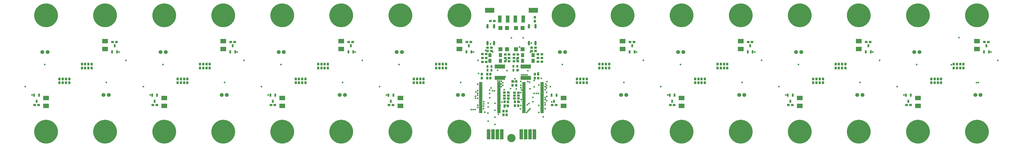
<source format=gts>
G04*
G04 #@! TF.GenerationSoftware,Altium Limited,Altium Designer,19.0.14 (431)*
G04*
G04 Layer_Color=8388736*
%FSLAX25Y25*%
%MOIN*%
G70*
G01*
G75*
%ADD29R,0.01900X0.06300*%
%ADD30R,0.05800X0.10800*%
%ADD31R,0.14304X0.07296*%
%ADD32O,0.03162X0.07099*%
%ADD33R,0.03950X0.03753*%
%ADD34R,0.03753X0.03950*%
%ADD35R,0.06312X0.06312*%
%ADD36R,0.05131X0.06115*%
%ADD37R,0.08792X0.06784*%
%ADD38R,0.02769X0.04343*%
%ADD39R,0.03162X0.04737*%
%ADD40O,0.05721X0.01784*%
G04:AMPARAMS|DCode=41|XSize=55.12mil|YSize=55.12mil|CornerRadius=11.81mil|HoleSize=0mil|Usage=FLASHONLY|Rotation=90.000|XOffset=0mil|YOffset=0mil|HoleType=Round|Shape=RoundedRectangle|*
%AMROUNDEDRECTD41*
21,1,0.05512,0.03150,0,0,90.0*
21,1,0.03150,0.05512,0,0,90.0*
1,1,0.02362,0.01575,0.01575*
1,1,0.02362,0.01575,-0.01575*
1,1,0.02362,-0.01575,-0.01575*
1,1,0.02362,-0.01575,0.01575*
%
%ADD41ROUNDEDRECTD41*%
%ADD42C,0.36233*%
%ADD43C,0.05918*%
%ADD44C,0.12611*%
%ADD45C,0.04737*%
%ADD46C,0.02572*%
D29*
X14759Y-6632D02*
D03*
X16728D02*
D03*
X18699D02*
D03*
X20669D02*
D03*
X22638D02*
D03*
X24609D02*
D03*
X26579D02*
D03*
X28548D02*
D03*
Y10569D02*
D03*
X26579D02*
D03*
X24609D02*
D03*
X22638D02*
D03*
X20669D02*
D03*
X18699D02*
D03*
X16728D02*
D03*
X14759D02*
D03*
X-24611Y-6632D02*
D03*
X-22641D02*
D03*
X-20672D02*
D03*
X-18701D02*
D03*
X-16732D02*
D03*
X-14762D02*
D03*
X-12791D02*
D03*
X-10821D02*
D03*
Y10569D02*
D03*
X-12791D02*
D03*
X-14762D02*
D03*
X-16732D02*
D03*
X-18701D02*
D03*
X-20672D02*
D03*
X-22641D02*
D03*
X-24611D02*
D03*
D30*
X17717Y82953D02*
D03*
X5906D02*
D03*
X-5906D02*
D03*
X-17717D02*
D03*
D31*
X-33032Y96457D02*
D03*
X33032D02*
D03*
D32*
X26496Y46260D02*
D03*
X36496D02*
D03*
X26496Y71850D02*
D03*
X36496D02*
D03*
X-36496Y46260D02*
D03*
X-26496D02*
D03*
X-36496Y71850D02*
D03*
X-26496D02*
D03*
D33*
X30512Y39370D02*
D03*
X36417D02*
D03*
X30512Y34449D02*
D03*
X36417D02*
D03*
X9646Y18504D02*
D03*
X3740D02*
D03*
X9646Y28937D02*
D03*
X3740D02*
D03*
Y23622D02*
D03*
X9646D02*
D03*
X-36417Y39370D02*
D03*
X-30512D02*
D03*
X-26181Y80087D02*
D03*
X-32087D02*
D03*
X-36417Y34449D02*
D03*
X-30512D02*
D03*
X-9646Y28937D02*
D03*
X-3740D02*
D03*
X-9646Y18504D02*
D03*
X-3740D02*
D03*
Y23622D02*
D03*
X-9646D02*
D03*
X40157Y29134D02*
D03*
X46063D02*
D03*
Y18110D02*
D03*
X40157D02*
D03*
X46063Y23622D02*
D03*
X40157D02*
D03*
X67815Y-48031D02*
D03*
X61910D02*
D03*
X606398D02*
D03*
X600492D02*
D03*
X247342D02*
D03*
X241437D02*
D03*
X426870D02*
D03*
X420965D02*
D03*
X539272Y48031D02*
D03*
X545177D02*
D03*
X359744D02*
D03*
X365650D02*
D03*
X180217D02*
D03*
X186122D02*
D03*
X718799D02*
D03*
X724705D02*
D03*
X-247342D02*
D03*
X-241437D02*
D03*
X-426870D02*
D03*
X-420965D02*
D03*
X-67815D02*
D03*
X-61910D02*
D03*
X-180217Y-48031D02*
D03*
X-186122D02*
D03*
X-359744D02*
D03*
X-365650D02*
D03*
X-539272D02*
D03*
X-545177D02*
D03*
X-606398Y48031D02*
D03*
X-600492D02*
D03*
X-718799Y-48031D02*
D03*
X-724705D02*
D03*
X-44291Y17717D02*
D03*
X-38386D02*
D03*
X-44291Y29528D02*
D03*
X-38386D02*
D03*
X4528Y-38189D02*
D03*
X10433D02*
D03*
X-4921Y-29134D02*
D03*
X-10827D02*
D03*
X4528Y-29528D02*
D03*
X10433D02*
D03*
X-4921Y-38189D02*
D03*
X-10827D02*
D03*
X4528Y-33858D02*
D03*
X10433D02*
D03*
X-4921Y-33740D02*
D03*
X-10827D02*
D03*
X-38386Y23622D02*
D03*
X-44291D02*
D03*
D34*
X35433Y79724D02*
D03*
Y85630D02*
D03*
X-45276Y-984D02*
D03*
Y-6890D02*
D03*
X35512Y-6891D02*
D03*
Y-985D02*
D03*
X40536D02*
D03*
Y-6891D02*
D03*
X-36969D02*
D03*
Y-985D02*
D03*
X-32133Y-984D02*
D03*
Y-6890D02*
D03*
X-7480Y-63189D02*
D03*
Y-57284D02*
D03*
X114370Y-14173D02*
D03*
Y-8268D02*
D03*
X99606Y-14173D02*
D03*
Y-8268D02*
D03*
X109449Y-8268D02*
D03*
Y-14174D02*
D03*
X104528Y-14173D02*
D03*
Y-8268D02*
D03*
X652953Y-14173D02*
D03*
Y-8268D02*
D03*
X638189Y-14173D02*
D03*
Y-8268D02*
D03*
X648032Y-8268D02*
D03*
Y-14174D02*
D03*
X643110Y-14173D02*
D03*
Y-8268D02*
D03*
X293898Y-14173D02*
D03*
Y-8268D02*
D03*
X279134Y-14173D02*
D03*
Y-8268D02*
D03*
X288976Y-8268D02*
D03*
Y-14174D02*
D03*
X284055Y-14173D02*
D03*
Y-8268D02*
D03*
X473425Y-14173D02*
D03*
Y-8268D02*
D03*
X458661Y-14173D02*
D03*
Y-8268D02*
D03*
X468504Y-8268D02*
D03*
Y-14174D02*
D03*
X463583Y-14173D02*
D03*
Y-8268D02*
D03*
X492717Y14173D02*
D03*
Y8268D02*
D03*
X507480Y14173D02*
D03*
Y8268D02*
D03*
X497638Y8268D02*
D03*
Y14174D02*
D03*
X502559Y14173D02*
D03*
Y8268D02*
D03*
X313189Y14173D02*
D03*
Y8268D02*
D03*
X327953Y14173D02*
D03*
Y8268D02*
D03*
X318110Y8268D02*
D03*
Y14174D02*
D03*
X323031Y14173D02*
D03*
Y8268D02*
D03*
X133661Y14173D02*
D03*
Y8268D02*
D03*
X148425Y14173D02*
D03*
Y8268D02*
D03*
X138583Y8268D02*
D03*
Y14174D02*
D03*
X143504Y14173D02*
D03*
Y8268D02*
D03*
X672244Y14173D02*
D03*
Y8268D02*
D03*
X687008Y14173D02*
D03*
Y8268D02*
D03*
X677165Y8268D02*
D03*
Y14174D02*
D03*
X682087Y14173D02*
D03*
Y8268D02*
D03*
X-293898Y14173D02*
D03*
Y8268D02*
D03*
X-279134Y14173D02*
D03*
Y8268D02*
D03*
X-288976Y8268D02*
D03*
Y14174D02*
D03*
X-284055Y14173D02*
D03*
Y8268D02*
D03*
X-473425Y14173D02*
D03*
Y8268D02*
D03*
X-458661Y14173D02*
D03*
Y8268D02*
D03*
X-468504Y8268D02*
D03*
Y14174D02*
D03*
X-463583Y14173D02*
D03*
Y8268D02*
D03*
X-114370Y14173D02*
D03*
Y8268D02*
D03*
X-99606Y14173D02*
D03*
Y8268D02*
D03*
X-109449Y8268D02*
D03*
Y14174D02*
D03*
X-104528Y14173D02*
D03*
Y8268D02*
D03*
X-133661Y-14173D02*
D03*
Y-8268D02*
D03*
X-148425Y-14173D02*
D03*
Y-8268D02*
D03*
X-138583Y-8268D02*
D03*
Y-14174D02*
D03*
X-143504Y-14173D02*
D03*
Y-8268D02*
D03*
X-313189Y-14173D02*
D03*
Y-8268D02*
D03*
X-327953Y-14173D02*
D03*
Y-8268D02*
D03*
X-318110Y-8268D02*
D03*
Y-14174D02*
D03*
X-323031Y-14173D02*
D03*
Y-8268D02*
D03*
X-492717Y-14173D02*
D03*
Y-8268D02*
D03*
X-507480Y-14173D02*
D03*
Y-8268D02*
D03*
X-497638Y-8268D02*
D03*
Y-14174D02*
D03*
X-502559Y-14173D02*
D03*
Y-8268D02*
D03*
X-643110Y8268D02*
D03*
Y14173D02*
D03*
X-682087Y-8268D02*
D03*
Y-14173D02*
D03*
X-648032Y14174D02*
D03*
Y8268D02*
D03*
X-677165Y-14174D02*
D03*
Y-8268D02*
D03*
X1654Y-17953D02*
D03*
Y-12047D02*
D03*
X5118Y-43110D02*
D03*
Y-49016D02*
D03*
X-5512Y-49213D02*
D03*
Y-43307D02*
D03*
X-638189Y14173D02*
D03*
Y8268D02*
D03*
X-687008Y-14173D02*
D03*
Y-8268D02*
D03*
X10236Y-49016D02*
D03*
Y-43110D02*
D03*
X-10630D02*
D03*
Y-49016D02*
D03*
X-652953Y8268D02*
D03*
Y14173D02*
D03*
X-672244Y-8268D02*
D03*
Y-14173D02*
D03*
X7126Y-11969D02*
D03*
Y-17874D02*
D03*
X-12205Y-63189D02*
D03*
Y-57284D02*
D03*
D35*
X6811Y36909D02*
D03*
X16811D02*
D03*
X6811Y69390D02*
D03*
X16811D02*
D03*
X-16811Y36909D02*
D03*
X-6811D02*
D03*
X-16811Y69390D02*
D03*
X-6811D02*
D03*
D36*
X32874Y28051D02*
D03*
X16732D02*
D03*
Y19193D02*
D03*
X32874D02*
D03*
X-32874D02*
D03*
X-16732D02*
D03*
Y28051D02*
D03*
X-32874D02*
D03*
D37*
X707480Y37421D02*
D03*
Y49390D02*
D03*
X617717Y-37421D02*
D03*
Y-49390D02*
D03*
X527953Y37421D02*
D03*
Y49390D02*
D03*
X438189Y-37421D02*
D03*
Y-49390D02*
D03*
X348425Y37421D02*
D03*
Y49390D02*
D03*
X258661Y-37421D02*
D03*
Y-49390D02*
D03*
X168898Y37421D02*
D03*
Y49390D02*
D03*
X79134Y-37421D02*
D03*
Y-49390D02*
D03*
X-79134Y37421D02*
D03*
Y49390D02*
D03*
X-168898Y-37421D02*
D03*
Y-49390D02*
D03*
X-258661Y37421D02*
D03*
Y49390D02*
D03*
X-348425Y-37421D02*
D03*
Y-49390D02*
D03*
X-438189Y37421D02*
D03*
Y49390D02*
D03*
X-527953Y-37421D02*
D03*
Y-49390D02*
D03*
X-617717Y37421D02*
D03*
Y49390D02*
D03*
X-707480Y-37421D02*
D03*
Y-49390D02*
D03*
D38*
X8859Y4921D02*
D03*
X2953D02*
D03*
X2953Y10827D02*
D03*
X8858D02*
D03*
X-36417Y4921D02*
D03*
X-30512D02*
D03*
X-30512Y10569D02*
D03*
X-36417D02*
D03*
D39*
X718209Y32972D02*
D03*
X725689D02*
D03*
X721949Y42421D02*
D03*
X606988Y-32972D02*
D03*
X599508D02*
D03*
X603248Y-42421D02*
D03*
X538681Y32972D02*
D03*
X546161D02*
D03*
X542421Y42421D02*
D03*
X427461Y-32972D02*
D03*
X419980D02*
D03*
X423721Y-42421D02*
D03*
X359154Y32972D02*
D03*
X366634D02*
D03*
X362894Y42421D02*
D03*
X247933Y-32972D02*
D03*
X240453D02*
D03*
X244193Y-42421D02*
D03*
X179626Y32972D02*
D03*
X187106D02*
D03*
X183366Y42421D02*
D03*
X68405Y-32972D02*
D03*
X60925D02*
D03*
X64665Y-42421D02*
D03*
X-68405Y32972D02*
D03*
X-60925D02*
D03*
X-64665Y42421D02*
D03*
X-179626Y-32972D02*
D03*
X-187106D02*
D03*
X-183366Y-42421D02*
D03*
X-247933Y32972D02*
D03*
X-240453D02*
D03*
X-244193Y42421D02*
D03*
X-359154Y-32972D02*
D03*
X-366634D02*
D03*
X-362894Y-42421D02*
D03*
X-427461Y32972D02*
D03*
X-419980D02*
D03*
X-423721Y42421D02*
D03*
X-538681Y-32972D02*
D03*
X-546161D02*
D03*
X-542421Y-42421D02*
D03*
X-606988Y32972D02*
D03*
X-599508D02*
D03*
X-603248Y42421D02*
D03*
X-718209Y-32972D02*
D03*
X-725689D02*
D03*
X-721949Y-42421D02*
D03*
D40*
X46457Y-59449D02*
D03*
Y-57480D02*
D03*
Y-55512D02*
D03*
Y-53543D02*
D03*
Y-51575D02*
D03*
Y-49606D02*
D03*
Y-47638D02*
D03*
Y-45669D02*
D03*
Y-43701D02*
D03*
Y-41732D02*
D03*
Y-39764D02*
D03*
Y-37795D02*
D03*
Y-35827D02*
D03*
Y-33858D02*
D03*
Y-31890D02*
D03*
Y-29921D02*
D03*
Y-27953D02*
D03*
Y-25984D02*
D03*
Y-24016D02*
D03*
Y-22047D02*
D03*
Y-20079D02*
D03*
Y-18110D02*
D03*
Y-16142D02*
D03*
Y-14173D02*
D03*
X18898Y-59449D02*
D03*
Y-57480D02*
D03*
Y-55512D02*
D03*
Y-53543D02*
D03*
Y-51575D02*
D03*
Y-49606D02*
D03*
Y-47638D02*
D03*
Y-45669D02*
D03*
Y-43701D02*
D03*
Y-41732D02*
D03*
Y-39764D02*
D03*
Y-37795D02*
D03*
Y-35827D02*
D03*
Y-33858D02*
D03*
Y-31890D02*
D03*
Y-29921D02*
D03*
Y-27953D02*
D03*
Y-25984D02*
D03*
Y-24016D02*
D03*
Y-22047D02*
D03*
Y-20079D02*
D03*
Y-18110D02*
D03*
Y-16142D02*
D03*
Y-14173D02*
D03*
X-46850Y-14173D02*
D03*
Y-16142D02*
D03*
Y-18110D02*
D03*
Y-20079D02*
D03*
Y-22047D02*
D03*
Y-24016D02*
D03*
Y-25984D02*
D03*
Y-27953D02*
D03*
Y-29921D02*
D03*
Y-31890D02*
D03*
Y-33858D02*
D03*
Y-35827D02*
D03*
Y-37795D02*
D03*
Y-39764D02*
D03*
Y-41732D02*
D03*
Y-43701D02*
D03*
Y-45669D02*
D03*
Y-47638D02*
D03*
Y-49606D02*
D03*
Y-51575D02*
D03*
Y-53543D02*
D03*
Y-55512D02*
D03*
Y-57480D02*
D03*
Y-59449D02*
D03*
X-19291Y-14173D02*
D03*
Y-16142D02*
D03*
Y-18110D02*
D03*
Y-20079D02*
D03*
Y-22047D02*
D03*
Y-24016D02*
D03*
Y-25984D02*
D03*
Y-27953D02*
D03*
Y-29921D02*
D03*
Y-31890D02*
D03*
Y-33858D02*
D03*
Y-35827D02*
D03*
Y-37795D02*
D03*
Y-39764D02*
D03*
Y-41732D02*
D03*
Y-43701D02*
D03*
Y-45669D02*
D03*
Y-47638D02*
D03*
Y-49606D02*
D03*
Y-51575D02*
D03*
Y-53543D02*
D03*
Y-55512D02*
D03*
Y-57480D02*
D03*
Y-59449D02*
D03*
D41*
X14764Y-87598D02*
D03*
Y-97835D02*
D03*
Y-92716D02*
D03*
X-14764Y-87598D02*
D03*
Y-97835D02*
D03*
Y-92716D02*
D03*
X21457Y-87598D02*
D03*
Y-97835D02*
D03*
Y-92716D02*
D03*
X-21457Y-87598D02*
D03*
Y-97835D02*
D03*
Y-92716D02*
D03*
X28150Y-87598D02*
D03*
Y-97835D02*
D03*
Y-92716D02*
D03*
X-28150Y-87598D02*
D03*
Y-97835D02*
D03*
Y-92716D02*
D03*
X34843Y-87598D02*
D03*
Y-97835D02*
D03*
Y-92716D02*
D03*
X-34843Y-87598D02*
D03*
Y-97835D02*
D03*
Y-92716D02*
D03*
D42*
X707480Y-88583D02*
D03*
Y88583D02*
D03*
X617717D02*
D03*
Y-88583D02*
D03*
X527953D02*
D03*
Y88583D02*
D03*
X438189Y88583D02*
D03*
Y-88583D02*
D03*
X348425Y-88583D02*
D03*
Y88583D02*
D03*
X258661D02*
D03*
Y-88583D02*
D03*
X168898D02*
D03*
Y88583D02*
D03*
X79134Y88583D02*
D03*
Y-88583D02*
D03*
X-79134Y-88583D02*
D03*
Y88583D02*
D03*
X-168898Y88583D02*
D03*
Y-88583D02*
D03*
X-258661Y-88583D02*
D03*
Y88583D02*
D03*
X-348425D02*
D03*
Y-88583D02*
D03*
X-438189D02*
D03*
Y88583D02*
D03*
X-527953Y88583D02*
D03*
Y-88583D02*
D03*
X-617717Y-88583D02*
D03*
Y88583D02*
D03*
X-707480Y88583D02*
D03*
Y-88583D02*
D03*
D43*
X712992Y-32677D02*
D03*
X705118D02*
D03*
X612205Y32677D02*
D03*
X620079D02*
D03*
X533465Y-32677D02*
D03*
X525591D02*
D03*
X432677Y32677D02*
D03*
X440551D02*
D03*
X353937Y-32677D02*
D03*
X346063D02*
D03*
X253150Y32677D02*
D03*
X261024D02*
D03*
X174409Y-32677D02*
D03*
X166535D02*
D03*
X73622Y32677D02*
D03*
X81496D02*
D03*
X-73622Y-32677D02*
D03*
X-81496D02*
D03*
X-174409Y32677D02*
D03*
X-166535D02*
D03*
X-253150Y-32677D02*
D03*
X-261024D02*
D03*
X-353937Y32677D02*
D03*
X-346063D02*
D03*
X-432677Y-32677D02*
D03*
X-440551D02*
D03*
X-533465Y32677D02*
D03*
X-525591D02*
D03*
X-612205Y-32677D02*
D03*
X-620079D02*
D03*
X-712992Y32677D02*
D03*
X-705118D02*
D03*
D44*
X0Y-98425D02*
D03*
D45*
X707480Y104331D02*
D03*
X702094Y103381D02*
D03*
X697358Y100646D02*
D03*
X693842Y96457D02*
D03*
X691971Y91317D02*
D03*
Y85848D02*
D03*
X693842Y80709D02*
D03*
X697358Y76519D02*
D03*
X702094Y73784D02*
D03*
X707480Y72835D02*
D03*
X712866Y73784D02*
D03*
X717603Y76519D02*
D03*
X721118Y80709D02*
D03*
X722989Y85848D02*
D03*
X722989Y91317D02*
D03*
X721118Y96457D02*
D03*
X717603Y100646D02*
D03*
X712866Y103381D02*
D03*
X707480Y-104331D02*
D03*
X712866Y-103381D02*
D03*
X717603Y-100646D02*
D03*
X721118Y-96457D02*
D03*
X722989Y-91317D02*
D03*
X722989Y-85848D02*
D03*
X721118Y-80709D02*
D03*
X717603Y-76519D02*
D03*
X712866Y-73784D02*
D03*
X707480Y-72835D02*
D03*
X702094Y-73784D02*
D03*
X697358Y-76519D02*
D03*
X693842Y-80709D02*
D03*
X691971Y-85848D02*
D03*
X691971Y-91317D02*
D03*
X693842Y-96457D02*
D03*
X697358Y-100646D02*
D03*
X702094Y-103381D02*
D03*
X617717Y-104331D02*
D03*
X623103Y-103381D02*
D03*
X627839Y-100646D02*
D03*
X631355Y-96457D02*
D03*
X633225Y-91317D02*
D03*
Y-85848D02*
D03*
X631355Y-80709D02*
D03*
X627839Y-76519D02*
D03*
X623103Y-73784D02*
D03*
X617717Y-72835D02*
D03*
X612330Y-73784D02*
D03*
X607594Y-76519D02*
D03*
X604078Y-80709D02*
D03*
X602208Y-85848D02*
D03*
X602208Y-91317D02*
D03*
X604078Y-96457D02*
D03*
X607594Y-100646D02*
D03*
X612330Y-103381D02*
D03*
X617717Y104331D02*
D03*
X612330Y103381D02*
D03*
X607594Y100646D02*
D03*
X604078Y96457D02*
D03*
X602208Y91317D02*
D03*
X602208Y85848D02*
D03*
X604078Y80709D02*
D03*
X607594Y76519D02*
D03*
X612330Y73784D02*
D03*
X617717Y72835D02*
D03*
X623103Y73784D02*
D03*
X627839Y76519D02*
D03*
X631355Y80709D02*
D03*
X633225Y85848D02*
D03*
X633225Y91317D02*
D03*
X631355Y96457D02*
D03*
X627839Y100646D02*
D03*
X623103Y103381D02*
D03*
X527953Y104331D02*
D03*
X522567Y103381D02*
D03*
X517830Y100646D02*
D03*
X514315Y96457D02*
D03*
X512444Y91317D02*
D03*
Y85848D02*
D03*
X514315Y80709D02*
D03*
X517830Y76519D02*
D03*
X522567Y73784D02*
D03*
X527953Y72835D02*
D03*
X533339Y73784D02*
D03*
X538075Y76519D02*
D03*
X541591Y80709D02*
D03*
X543462Y85848D02*
D03*
X543462Y91317D02*
D03*
X541591Y96457D02*
D03*
X538075Y100646D02*
D03*
X533339Y103381D02*
D03*
X527953Y-104331D02*
D03*
X533339Y-103381D02*
D03*
X538075Y-100646D02*
D03*
X541591Y-96457D02*
D03*
X543462Y-91317D02*
D03*
X543462Y-85848D02*
D03*
X541591Y-80709D02*
D03*
X538075Y-76519D02*
D03*
X533339Y-73784D02*
D03*
X527953Y-72835D02*
D03*
X522567Y-73784D02*
D03*
X517830Y-76519D02*
D03*
X514315Y-80709D02*
D03*
X512444Y-85848D02*
D03*
X512444Y-91317D02*
D03*
X514315Y-96457D02*
D03*
X517830Y-100646D02*
D03*
X522567Y-103381D02*
D03*
X438189Y-104331D02*
D03*
X443575Y-103381D02*
D03*
X448312Y-100646D02*
D03*
X451827Y-96457D02*
D03*
X453698Y-91317D02*
D03*
Y-85848D02*
D03*
X451827Y-80709D02*
D03*
X448312Y-76519D02*
D03*
X443575Y-73784D02*
D03*
X438189Y-72835D02*
D03*
X432803Y-73784D02*
D03*
X428066Y-76519D02*
D03*
X424551Y-80709D02*
D03*
X422680Y-85848D02*
D03*
X422680Y-91317D02*
D03*
X424551Y-96457D02*
D03*
X428066Y-100646D02*
D03*
X432803Y-103381D02*
D03*
X438189Y104331D02*
D03*
X432803Y103381D02*
D03*
X428066Y100646D02*
D03*
X424551Y96457D02*
D03*
X422680Y91317D02*
D03*
X422680Y85848D02*
D03*
X424551Y80709D02*
D03*
X428066Y76519D02*
D03*
X432803Y73784D02*
D03*
X438189Y72835D02*
D03*
X443575Y73784D02*
D03*
X448312Y76519D02*
D03*
X451827Y80709D02*
D03*
X453698Y85848D02*
D03*
X453698Y91317D02*
D03*
X451827Y96457D02*
D03*
X448312Y100646D02*
D03*
X443575Y103381D02*
D03*
X348425Y104331D02*
D03*
X343039Y103381D02*
D03*
X338303Y100646D02*
D03*
X334787Y96457D02*
D03*
X332916Y91317D02*
D03*
Y85848D02*
D03*
X334787Y80709D02*
D03*
X338303Y76519D02*
D03*
X343039Y73784D02*
D03*
X348425Y72835D02*
D03*
X353811Y73784D02*
D03*
X358548Y76519D02*
D03*
X362063Y80709D02*
D03*
X363934Y85848D02*
D03*
X363934Y91317D02*
D03*
X362063Y96457D02*
D03*
X358548Y100646D02*
D03*
X353811Y103381D02*
D03*
X348425Y-104331D02*
D03*
X353811Y-103381D02*
D03*
X358548Y-100646D02*
D03*
X362063Y-96457D02*
D03*
X363934Y-91317D02*
D03*
X363934Y-85848D02*
D03*
X362063Y-80709D02*
D03*
X358548Y-76519D02*
D03*
X353811Y-73784D02*
D03*
X348425Y-72835D02*
D03*
X343039Y-73784D02*
D03*
X338302Y-76519D02*
D03*
X334787Y-80709D02*
D03*
X332916Y-85848D02*
D03*
X332916Y-91317D02*
D03*
X334787Y-96457D02*
D03*
X338303Y-100646D02*
D03*
X343039Y-103381D02*
D03*
X258661Y-104331D02*
D03*
X264048Y-103381D02*
D03*
X268784Y-100646D02*
D03*
X272300Y-96457D02*
D03*
X274170Y-91317D02*
D03*
Y-85848D02*
D03*
X272300Y-80709D02*
D03*
X268784Y-76519D02*
D03*
X264048Y-73784D02*
D03*
X258661Y-72835D02*
D03*
X253275Y-73784D02*
D03*
X248539Y-76519D02*
D03*
X245023Y-80709D02*
D03*
X243153Y-85848D02*
D03*
X243153Y-91317D02*
D03*
X245023Y-96457D02*
D03*
X248539Y-100646D02*
D03*
X253275Y-103381D02*
D03*
X258661Y104331D02*
D03*
X253275Y103381D02*
D03*
X248539Y100646D02*
D03*
X245023Y96457D02*
D03*
X243153Y91317D02*
D03*
X243153Y85848D02*
D03*
X245023Y80709D02*
D03*
X248539Y76519D02*
D03*
X253275Y73784D02*
D03*
X258661Y72835D02*
D03*
X264048Y73784D02*
D03*
X268784Y76519D02*
D03*
X272300Y80709D02*
D03*
X274170Y85848D02*
D03*
X274170Y91317D02*
D03*
X272300Y96457D02*
D03*
X268784Y100646D02*
D03*
X264048Y103381D02*
D03*
X168898Y104331D02*
D03*
X163512Y103381D02*
D03*
X158775Y100646D02*
D03*
X155259Y96457D02*
D03*
X153389Y91317D02*
D03*
Y85848D02*
D03*
X155259Y80709D02*
D03*
X158775Y76519D02*
D03*
X163512Y73784D02*
D03*
X168898Y72835D02*
D03*
X174284Y73784D02*
D03*
X179020Y76519D02*
D03*
X182536Y80709D02*
D03*
X184406Y85848D02*
D03*
X184406Y91317D02*
D03*
X182536Y96457D02*
D03*
X179020Y100646D02*
D03*
X174284Y103381D02*
D03*
X168898Y-104331D02*
D03*
X174284Y-103381D02*
D03*
X179020Y-100646D02*
D03*
X182536Y-96457D02*
D03*
X184406Y-91317D02*
D03*
X184406Y-85848D02*
D03*
X182536Y-80709D02*
D03*
X179020Y-76519D02*
D03*
X174284Y-73784D02*
D03*
X168898Y-72835D02*
D03*
X163512Y-73784D02*
D03*
X158775Y-76519D02*
D03*
X155259Y-80709D02*
D03*
X153389Y-85848D02*
D03*
X153389Y-91317D02*
D03*
X155259Y-96457D02*
D03*
X158775Y-100646D02*
D03*
X163512Y-103381D02*
D03*
X79134Y-104331D02*
D03*
X84520Y-103381D02*
D03*
X89257Y-100646D02*
D03*
X92772Y-96457D02*
D03*
X94643Y-91317D02*
D03*
Y-85848D02*
D03*
X92772Y-80709D02*
D03*
X89257Y-76519D02*
D03*
X84520Y-73784D02*
D03*
X79134Y-72835D02*
D03*
X73748Y-73784D02*
D03*
X69011Y-76519D02*
D03*
X65496Y-80709D02*
D03*
X63625Y-85848D02*
D03*
X63625Y-91317D02*
D03*
X65496Y-96457D02*
D03*
X69011Y-100646D02*
D03*
X73748Y-103381D02*
D03*
X79134Y104331D02*
D03*
X73748Y103381D02*
D03*
X69011Y100646D02*
D03*
X65496Y96457D02*
D03*
X63625Y91317D02*
D03*
X63625Y85848D02*
D03*
X65496Y80709D02*
D03*
X69011Y76519D02*
D03*
X73748Y73784D02*
D03*
X79134Y72835D02*
D03*
X84520Y73784D02*
D03*
X89257Y76519D02*
D03*
X92772Y80709D02*
D03*
X94643Y85848D02*
D03*
X94643Y91317D02*
D03*
X92772Y96457D02*
D03*
X89257Y100646D02*
D03*
X84520Y103381D02*
D03*
X-79134Y104331D02*
D03*
X-84520Y103381D02*
D03*
X-89257Y100646D02*
D03*
X-92772Y96457D02*
D03*
X-94643Y91317D02*
D03*
Y85848D02*
D03*
X-92772Y80709D02*
D03*
X-89257Y76519D02*
D03*
X-84520Y73784D02*
D03*
X-79134Y72835D02*
D03*
X-73748Y73784D02*
D03*
X-69011Y76519D02*
D03*
X-65496Y80709D02*
D03*
X-63625Y85848D02*
D03*
X-63625Y91317D02*
D03*
X-65496Y96457D02*
D03*
X-69011Y100646D02*
D03*
X-73748Y103381D02*
D03*
X-79134Y-104331D02*
D03*
X-73748Y-103381D02*
D03*
X-69011Y-100646D02*
D03*
X-65496Y-96457D02*
D03*
X-63625Y-91317D02*
D03*
X-63625Y-85848D02*
D03*
X-65496Y-80709D02*
D03*
X-69011Y-76519D02*
D03*
X-73748Y-73784D02*
D03*
X-79134Y-72835D02*
D03*
X-84520Y-73784D02*
D03*
X-89257Y-76519D02*
D03*
X-92772Y-80709D02*
D03*
X-94643Y-85848D02*
D03*
X-94643Y-91317D02*
D03*
X-92772Y-96457D02*
D03*
X-89257Y-100646D02*
D03*
X-84520Y-103381D02*
D03*
X-168898Y-104331D02*
D03*
X-163512Y-103381D02*
D03*
X-158775Y-100646D02*
D03*
X-155259Y-96457D02*
D03*
X-153389Y-91317D02*
D03*
Y-85848D02*
D03*
X-155259Y-80709D02*
D03*
X-158775Y-76519D02*
D03*
X-163512Y-73784D02*
D03*
X-168898Y-72835D02*
D03*
X-174284Y-73784D02*
D03*
X-179020Y-76519D02*
D03*
X-182536Y-80709D02*
D03*
X-184406Y-85848D02*
D03*
X-184406Y-91317D02*
D03*
X-182536Y-96457D02*
D03*
X-179020Y-100646D02*
D03*
X-174284Y-103381D02*
D03*
X-168898Y104331D02*
D03*
X-174284Y103381D02*
D03*
X-179020Y100646D02*
D03*
X-182536Y96457D02*
D03*
X-184406Y91317D02*
D03*
X-184406Y85848D02*
D03*
X-182536Y80709D02*
D03*
X-179020Y76519D02*
D03*
X-174284Y73784D02*
D03*
X-168898Y72835D02*
D03*
X-163512Y73784D02*
D03*
X-158775Y76519D02*
D03*
X-155259Y80709D02*
D03*
X-153389Y85848D02*
D03*
X-153389Y91317D02*
D03*
X-155259Y96457D02*
D03*
X-158775Y100646D02*
D03*
X-163512Y103381D02*
D03*
X-258661Y104331D02*
D03*
X-264048Y103381D02*
D03*
X-268784Y100646D02*
D03*
X-272300Y96457D02*
D03*
X-274170Y91317D02*
D03*
Y85848D02*
D03*
X-272300Y80709D02*
D03*
X-268784Y76519D02*
D03*
X-264048Y73784D02*
D03*
X-258661Y72835D02*
D03*
X-253275Y73784D02*
D03*
X-248539Y76519D02*
D03*
X-245023Y80709D02*
D03*
X-243153Y85848D02*
D03*
X-243153Y91317D02*
D03*
X-245023Y96457D02*
D03*
X-248539Y100646D02*
D03*
X-253275Y103381D02*
D03*
X-258661Y-104331D02*
D03*
X-253275Y-103381D02*
D03*
X-248539Y-100646D02*
D03*
X-245023Y-96457D02*
D03*
X-243153Y-91317D02*
D03*
X-243153Y-85848D02*
D03*
X-245023Y-80709D02*
D03*
X-248539Y-76519D02*
D03*
X-253275Y-73784D02*
D03*
X-258661Y-72835D02*
D03*
X-264048Y-73784D02*
D03*
X-268784Y-76519D02*
D03*
X-272300Y-80709D02*
D03*
X-274170Y-85848D02*
D03*
X-274170Y-91317D02*
D03*
X-272300Y-96457D02*
D03*
X-268784Y-100646D02*
D03*
X-264048Y-103381D02*
D03*
X-348425Y-104331D02*
D03*
X-343039Y-103381D02*
D03*
X-338303Y-100646D02*
D03*
X-334787Y-96457D02*
D03*
X-332916Y-91317D02*
D03*
Y-85848D02*
D03*
X-334787Y-80709D02*
D03*
X-338303Y-76519D02*
D03*
X-343039Y-73784D02*
D03*
X-348425Y-72835D02*
D03*
X-353811Y-73784D02*
D03*
X-358548Y-76519D02*
D03*
X-362063Y-80709D02*
D03*
X-363934Y-85848D02*
D03*
X-363934Y-91317D02*
D03*
X-362063Y-96457D02*
D03*
X-358548Y-100646D02*
D03*
X-353811Y-103381D02*
D03*
X-348425Y104331D02*
D03*
X-353811Y103381D02*
D03*
X-358548Y100646D02*
D03*
X-362063Y96457D02*
D03*
X-363934Y91317D02*
D03*
X-363934Y85848D02*
D03*
X-362063Y80709D02*
D03*
X-358548Y76519D02*
D03*
X-353811Y73784D02*
D03*
X-348425Y72835D02*
D03*
X-343039Y73784D02*
D03*
X-338303Y76519D02*
D03*
X-334787Y80709D02*
D03*
X-332916Y85848D02*
D03*
X-332916Y91317D02*
D03*
X-334787Y96457D02*
D03*
X-338303Y100646D02*
D03*
X-343039Y103381D02*
D03*
X-438189Y104331D02*
D03*
X-443575Y103381D02*
D03*
X-448312Y100646D02*
D03*
X-451827Y96457D02*
D03*
X-453698Y91317D02*
D03*
Y85848D02*
D03*
X-451827Y80709D02*
D03*
X-448312Y76519D02*
D03*
X-443575Y73784D02*
D03*
X-438189Y72835D02*
D03*
X-432803Y73784D02*
D03*
X-428066Y76519D02*
D03*
X-424551Y80709D02*
D03*
X-422680Y85848D02*
D03*
X-422680Y91317D02*
D03*
X-424551Y96457D02*
D03*
X-428066Y100646D02*
D03*
X-432803Y103381D02*
D03*
X-438189Y-104331D02*
D03*
X-432803Y-103381D02*
D03*
X-428066Y-100646D02*
D03*
X-424551Y-96457D02*
D03*
X-422680Y-91317D02*
D03*
X-422680Y-85848D02*
D03*
X-424551Y-80709D02*
D03*
X-428066Y-76519D02*
D03*
X-432803Y-73784D02*
D03*
X-438189Y-72835D02*
D03*
X-443575Y-73784D02*
D03*
X-448312Y-76519D02*
D03*
X-451827Y-80709D02*
D03*
X-453698Y-85848D02*
D03*
X-453698Y-91317D02*
D03*
X-451827Y-96457D02*
D03*
X-448312Y-100646D02*
D03*
X-443575Y-103381D02*
D03*
X-527953Y-104331D02*
D03*
X-522567Y-103381D02*
D03*
X-517830Y-100646D02*
D03*
X-514315Y-96457D02*
D03*
X-512444Y-91317D02*
D03*
Y-85848D02*
D03*
X-514315Y-80709D02*
D03*
X-517830Y-76519D02*
D03*
X-522567Y-73784D02*
D03*
X-527953Y-72835D02*
D03*
X-533339Y-73784D02*
D03*
X-538075Y-76519D02*
D03*
X-541591Y-80709D02*
D03*
X-543462Y-85848D02*
D03*
X-543462Y-91317D02*
D03*
X-541591Y-96457D02*
D03*
X-538075Y-100646D02*
D03*
X-533339Y-103381D02*
D03*
X-527953Y104331D02*
D03*
X-533339Y103381D02*
D03*
X-538075Y100646D02*
D03*
X-541591Y96457D02*
D03*
X-543462Y91317D02*
D03*
X-543462Y85848D02*
D03*
X-541591Y80709D02*
D03*
X-538075Y76519D02*
D03*
X-533339Y73784D02*
D03*
X-527953Y72835D02*
D03*
X-522567Y73784D02*
D03*
X-517830Y76519D02*
D03*
X-514315Y80709D02*
D03*
X-512444Y85848D02*
D03*
X-512444Y91317D02*
D03*
X-514315Y96457D02*
D03*
X-517830Y100646D02*
D03*
X-522567Y103381D02*
D03*
X-617717Y104331D02*
D03*
X-623103Y103381D02*
D03*
X-627839Y100646D02*
D03*
X-631355Y96457D02*
D03*
X-633225Y91317D02*
D03*
Y85848D02*
D03*
X-631355Y80709D02*
D03*
X-627839Y76519D02*
D03*
X-623103Y73784D02*
D03*
X-617717Y72835D02*
D03*
X-612330Y73784D02*
D03*
X-607594Y76519D02*
D03*
X-604078Y80709D02*
D03*
X-602208Y85848D02*
D03*
X-602208Y91317D02*
D03*
X-604078Y96457D02*
D03*
X-607594Y100646D02*
D03*
X-612330Y103381D02*
D03*
X-617717Y-104331D02*
D03*
X-612330Y-103381D02*
D03*
X-607594Y-100646D02*
D03*
X-604078Y-96457D02*
D03*
X-602208Y-91317D02*
D03*
X-602208Y-85848D02*
D03*
X-604078Y-80709D02*
D03*
X-607594Y-76519D02*
D03*
X-612330Y-73784D02*
D03*
X-617717Y-72835D02*
D03*
X-623103Y-73784D02*
D03*
X-627839Y-76519D02*
D03*
X-631355Y-80709D02*
D03*
X-633225Y-85848D02*
D03*
X-633225Y-91317D02*
D03*
X-631355Y-96457D02*
D03*
X-627839Y-100646D02*
D03*
X-623103Y-103381D02*
D03*
X-707480Y-104331D02*
D03*
X-702094Y-103381D02*
D03*
X-697358Y-100646D02*
D03*
X-693842Y-96457D02*
D03*
X-691971Y-91317D02*
D03*
Y-85848D02*
D03*
X-693842Y-80709D02*
D03*
X-697358Y-76519D02*
D03*
X-702094Y-73784D02*
D03*
X-707480Y-72835D02*
D03*
X-712866Y-73784D02*
D03*
X-717603Y-76519D02*
D03*
X-721118Y-80709D02*
D03*
X-722989Y-85848D02*
D03*
X-722989Y-91317D02*
D03*
X-721118Y-96457D02*
D03*
X-717603Y-100646D02*
D03*
X-712866Y-103381D02*
D03*
X-707480Y104331D02*
D03*
X-712866Y103381D02*
D03*
X-717603Y100646D02*
D03*
X-721118Y96457D02*
D03*
X-722989Y91317D02*
D03*
X-722989Y85848D02*
D03*
X-721118Y80709D02*
D03*
X-717603Y76519D02*
D03*
X-712866Y73784D02*
D03*
X-707480Y72835D02*
D03*
X-702094Y73784D02*
D03*
X-697358Y76519D02*
D03*
X-693842Y80709D02*
D03*
X-691971Y85848D02*
D03*
X-691971Y91317D02*
D03*
X-693842Y96457D02*
D03*
X-697358Y100646D02*
D03*
X-702094Y103381D02*
D03*
D46*
X67815Y-48031D02*
D03*
X-28400Y33000D02*
D03*
X-4700Y-39500D02*
D03*
X37795Y-30315D02*
D03*
X41597Y-17608D02*
D03*
X-7800Y21400D02*
D03*
X12201Y40364D02*
D03*
X8501Y21339D02*
D03*
X45200Y-7300D02*
D03*
X40659Y984D02*
D03*
X27500Y-13000D02*
D03*
X28200Y-23263D02*
D03*
X10500Y5000D02*
D03*
X-35700Y-60376D02*
D03*
X-9646Y-4921D02*
D03*
X-21000Y4900D02*
D03*
X-1575Y-23090D02*
D03*
X-38386Y23622D02*
D03*
X40157D02*
D03*
X36417Y34449D02*
D03*
X28740Y32283D02*
D03*
X-39370Y35433D02*
D03*
X-31890Y44882D02*
D03*
X30315Y46457D02*
D03*
X680043Y54724D02*
D03*
X5312Y-7874D02*
D03*
X26378Y-45669D02*
D03*
X23622Y-1969D02*
D03*
X24016Y-47638D02*
D03*
X20866Y-1969D02*
D03*
X18021D02*
D03*
X15354D02*
D03*
X-32992Y-25298D02*
D03*
X-31102Y-22146D02*
D03*
X-20866Y-11417D02*
D03*
X-28740Y-26378D02*
D03*
X-25984Y-26378D02*
D03*
X-18110Y-11811D02*
D03*
X-15354D02*
D03*
X-6693Y4232D02*
D03*
X-15354Y-20079D02*
D03*
X24882Y4331D02*
D03*
X14272Y-12008D02*
D03*
X14173Y-28937D02*
D03*
Y-18110D02*
D03*
Y-21654D02*
D03*
X13632Y-53937D02*
D03*
X14173Y-48701D02*
D03*
X12205Y-43307D02*
D03*
X-10827Y-51387D02*
D03*
X-14764Y-87598D02*
D03*
X-11024Y-24803D02*
D03*
X14764Y-87598D02*
D03*
X17717Y54134D02*
D03*
X0D02*
D03*
X48228Y-65945D02*
D03*
X41437Y-59449D02*
D03*
X-50197Y0D02*
D03*
X24803Y-12500D02*
D03*
X77167Y13780D02*
D03*
X-25197Y-77756D02*
D03*
X-21260Y-92716D02*
D03*
X51181Y-44685D02*
D03*
Y-47539D02*
D03*
X61220Y-43307D02*
D03*
X51181Y-39764D02*
D03*
X53543Y-41339D02*
D03*
X51181Y-36811D02*
D03*
X34843Y-97835D02*
D03*
X28150D02*
D03*
X21457D02*
D03*
X14764D02*
D03*
X4528Y-38189D02*
D03*
X3543Y-12500D02*
D03*
X7126Y-11969D02*
D03*
X706693Y-14173D02*
D03*
X677264Y8268D02*
D03*
X-14764Y-97835D02*
D03*
X-21457D02*
D03*
X-28150D02*
D03*
X-34843D02*
D03*
X-35433Y-72835D02*
D03*
Y-51073D02*
D03*
X-7480Y-63189D02*
D03*
X-12205D02*
D03*
X3543Y-28937D02*
D03*
X15157Y-25197D02*
D03*
X-20472Y-48425D02*
D03*
X-17323D02*
D03*
X-14567Y-43701D02*
D03*
X34646Y-30315D02*
D03*
X40945D02*
D03*
X52165Y-16043D02*
D03*
X53642Y-18602D02*
D03*
X51181Y-20079D02*
D03*
X59252Y-19882D02*
D03*
X668504Y13386D02*
D03*
X709447Y-13780D02*
D03*
X68405Y-32874D02*
D03*
X53937Y-12500D02*
D03*
X109449Y-8268D02*
D03*
X138583Y7972D02*
D03*
X148425Y14075D02*
D03*
X279331Y-14173D02*
D03*
X53150Y-22146D02*
D03*
X51279Y-24803D02*
D03*
X53150Y-28543D02*
D03*
X288976Y-8268D02*
D03*
X318110Y8366D02*
D03*
X327953Y14173D02*
D03*
X53642Y-34941D02*
D03*
X458661Y-14075D02*
D03*
X468504Y-8169D02*
D03*
X497638Y8268D02*
D03*
X507382Y13878D02*
D03*
X638189Y-14075D02*
D03*
X648032Y-8268D02*
D03*
X41437Y-48819D02*
D03*
X687008Y14075D02*
D03*
X51083Y-53543D02*
D03*
X-35531Y-45079D02*
D03*
X-42028Y-43012D02*
D03*
Y-46358D02*
D03*
X-40354Y-59055D02*
D03*
X-19685Y-62008D02*
D03*
X-61023Y-55118D02*
D03*
X-58268D02*
D03*
X-55118Y-55118D02*
D03*
X-709447Y13780D02*
D03*
X-51575Y-33071D02*
D03*
Y-29921D02*
D03*
Y-37795D02*
D03*
X-54724Y-34646D02*
D03*
X-25000Y-66831D02*
D03*
X-25098Y-56102D02*
D03*
X-25197Y-45276D02*
D03*
X34449Y-10827D02*
D03*
Y-20472D02*
D03*
X-51575Y-16535D02*
D03*
X-109448Y8268D02*
D03*
X-99606Y14075D02*
D03*
X-51575Y-25984D02*
D03*
X-54068Y-27874D02*
D03*
X-50787Y20079D02*
D03*
X-138583Y-8268D02*
D03*
X-148425Y-13780D02*
D03*
X-288976Y8268D02*
D03*
X-279134Y14173D02*
D03*
X-54724Y-37795D02*
D03*
X-318110Y-8268D02*
D03*
X-327559Y-13780D02*
D03*
X-42520Y-49606D02*
D03*
X-458661Y14075D02*
D03*
X-468504Y8268D02*
D03*
X-51181Y-48425D02*
D03*
X-42520Y-53543D02*
D03*
X-507480Y-14173D02*
D03*
X-497638Y-8268D02*
D03*
X-51181Y-51575D02*
D03*
X-648032Y8268D02*
D03*
X-638189Y13780D02*
D03*
X-677165Y-8268D02*
D03*
X-687008Y-14173D02*
D03*
X14803Y-92716D02*
D03*
X21260D02*
D03*
X34803D02*
D03*
X28150D02*
D03*
X23110Y-59449D02*
D03*
X24882Y-57480D02*
D03*
X26654Y-55551D02*
D03*
X28307Y-53543D02*
D03*
X-33071Y-36906D02*
D03*
X-15354Y-16142D02*
D03*
X-13081Y-18199D02*
D03*
Y-14173D02*
D03*
X-14961Y-92520D02*
D03*
X-28150Y-92716D02*
D03*
X-35039Y-92913D02*
D03*
X-7087Y-48819D02*
D03*
X7087Y-23622D02*
D03*
X14961Y-39764D02*
D03*
X32677Y-36220D02*
D03*
Y-43110D02*
D03*
X-33071Y-30315D02*
D03*
X653051Y-8268D02*
D03*
X606299Y-48031D02*
D03*
X615750Y13780D02*
D03*
X586024Y-20079D02*
D03*
X596457Y-32677D02*
D03*
X473524Y-8268D02*
D03*
X426772Y-48031D02*
D03*
X436222Y13780D02*
D03*
X406496Y-20079D02*
D03*
X416929Y-32677D02*
D03*
X293996Y-8268D02*
D03*
X247244Y-48031D02*
D03*
X256694Y13780D02*
D03*
X226969Y-20079D02*
D03*
X237402Y-32677D02*
D03*
X114469Y-8268D02*
D03*
X-114469Y8268D02*
D03*
X-67716Y48031D02*
D03*
X-77167Y-13780D02*
D03*
X-57874Y32677D02*
D03*
X-293996Y8268D02*
D03*
X-247244Y48031D02*
D03*
X-226969Y20079D02*
D03*
X-256694Y-13780D02*
D03*
X-237402Y32677D02*
D03*
X-473524Y8268D02*
D03*
X-426772Y48031D02*
D03*
X-406496Y20079D02*
D03*
X-436222Y-13780D02*
D03*
X-416929Y32677D02*
D03*
X672146Y8268D02*
D03*
X718898Y48031D02*
D03*
X739173Y20079D02*
D03*
X728740Y32677D02*
D03*
X492618Y8268D02*
D03*
X539370Y48031D02*
D03*
X559646Y20079D02*
D03*
X529920Y-13780D02*
D03*
X549213Y32677D02*
D03*
X313090Y8268D02*
D03*
X359842Y48031D02*
D03*
X380118Y20079D02*
D03*
X350392Y-13780D02*
D03*
X369685Y32677D02*
D03*
X133563Y8268D02*
D03*
X190157Y32677D02*
D03*
X180315Y48031D02*
D03*
X170865Y-13780D02*
D03*
X200591Y20079D02*
D03*
X-133563Y-8268D02*
D03*
X-190157Y-32677D02*
D03*
X-180315Y-48031D02*
D03*
X-170865Y13780D02*
D03*
X-200591Y-20079D02*
D03*
X-313090Y-8268D02*
D03*
X-369685Y-32677D02*
D03*
X-359842Y-48031D02*
D03*
X-350392Y13780D02*
D03*
X-380118Y-20079D02*
D03*
X-492618Y-8268D02*
D03*
X-549213Y-32677D02*
D03*
X-539370Y-48031D02*
D03*
X-529920Y13780D02*
D03*
X-559646Y-20079D02*
D03*
X-653051Y8268D02*
D03*
X-596457Y32677D02*
D03*
X-606299Y48031D02*
D03*
X-615750Y-13780D02*
D03*
X-586024Y20079D02*
D03*
X-739173Y-20079D02*
D03*
X-728740Y-32677D02*
D03*
X-718898Y-48031D02*
D03*
X-672146Y-8268D02*
D03*
M02*

</source>
